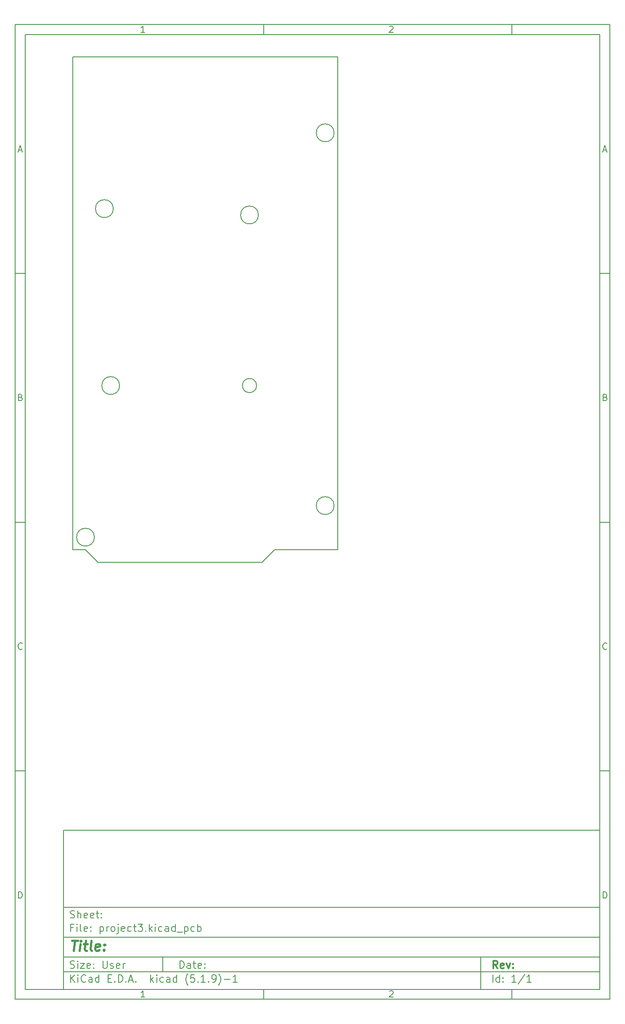
<source format=gbr>
%TF.GenerationSoftware,KiCad,Pcbnew,(5.1.9)-1*%
%TF.CreationDate,2021-06-09T21:17:05-04:00*%
%TF.ProjectId,project3,70726f6a-6563-4743-932e-6b696361645f,rev?*%
%TF.SameCoordinates,Original*%
%TF.FileFunction,Profile,NP*%
%FSLAX45Y45*%
G04 Gerber Fmt 4.5, Leading zero omitted, Abs format (unit mm)*
G04 Created by KiCad (PCBNEW (5.1.9)-1) date 2021-06-09 21:17:05*
%MOMM*%
%LPD*%
G01*
G04 APERTURE LIST*
%ADD10C,0.127000*%
%ADD11C,0.150000*%
%ADD12C,0.300000*%
%ADD13C,0.400000*%
%TA.AperFunction,Profile*%
%ADD14C,0.177800*%
%TD*%
G04 APERTURE END LIST*
D10*
D11*
X1970000Y-17190000D02*
X1970000Y-20390000D01*
X12770000Y-20390000D01*
X12770000Y-17190000D01*
X1970000Y-17190000D01*
D10*
D11*
X1000000Y-1000000D02*
X1000000Y-20590000D01*
X12970000Y-20590000D01*
X12970000Y-1000000D01*
X1000000Y-1000000D01*
D10*
D11*
X1200000Y-1200000D02*
X1200000Y-20390000D01*
X12770000Y-20390000D01*
X12770000Y-1200000D01*
X1200000Y-1200000D01*
D10*
D11*
X6000000Y-1200000D02*
X6000000Y-1000000D01*
D10*
D11*
X11000000Y-1200000D02*
X11000000Y-1000000D01*
D10*
D11*
X3606548Y-1158810D02*
X3532262Y-1158810D01*
X3569405Y-1158810D02*
X3569405Y-1028809D01*
X3557024Y-1047381D01*
X3544643Y-1059762D01*
X3532262Y-1065952D01*
D10*
D11*
X8532262Y-1041190D02*
X8538452Y-1035000D01*
X8550833Y-1028809D01*
X8581786Y-1028809D01*
X8594167Y-1035000D01*
X8600357Y-1041190D01*
X8606548Y-1053571D01*
X8606548Y-1065952D01*
X8600357Y-1084524D01*
X8526071Y-1158810D01*
X8606548Y-1158810D01*
D10*
D11*
X6000000Y-20390000D02*
X6000000Y-20590000D01*
D10*
D11*
X11000000Y-20390000D02*
X11000000Y-20590000D01*
D10*
D11*
X3606548Y-20548810D02*
X3532262Y-20548810D01*
X3569405Y-20548810D02*
X3569405Y-20418810D01*
X3557024Y-20437381D01*
X3544643Y-20449762D01*
X3532262Y-20455952D01*
D10*
D11*
X8532262Y-20431190D02*
X8538452Y-20425000D01*
X8550833Y-20418810D01*
X8581786Y-20418810D01*
X8594167Y-20425000D01*
X8600357Y-20431190D01*
X8606548Y-20443571D01*
X8606548Y-20455952D01*
X8600357Y-20474524D01*
X8526071Y-20548810D01*
X8606548Y-20548810D01*
D10*
D11*
X1000000Y-6000000D02*
X1200000Y-6000000D01*
D10*
D11*
X1000000Y-11000000D02*
X1200000Y-11000000D01*
D10*
D11*
X1000000Y-16000000D02*
X1200000Y-16000000D01*
D10*
D11*
X1069048Y-3521667D02*
X1130952Y-3521667D01*
X1056667Y-3558809D02*
X1100000Y-3428809D01*
X1143333Y-3558809D01*
D10*
D11*
X1109286Y-8490714D02*
X1127857Y-8496905D01*
X1134048Y-8503095D01*
X1140238Y-8515476D01*
X1140238Y-8534048D01*
X1134048Y-8546429D01*
X1127857Y-8552619D01*
X1115476Y-8558810D01*
X1065952Y-8558810D01*
X1065952Y-8428810D01*
X1109286Y-8428810D01*
X1121667Y-8435000D01*
X1127857Y-8441190D01*
X1134048Y-8453571D01*
X1134048Y-8465952D01*
X1127857Y-8478333D01*
X1121667Y-8484524D01*
X1109286Y-8490714D01*
X1065952Y-8490714D01*
D10*
D11*
X1140238Y-13546428D02*
X1134048Y-13552619D01*
X1115476Y-13558809D01*
X1103095Y-13558809D01*
X1084524Y-13552619D01*
X1072143Y-13540238D01*
X1065952Y-13527857D01*
X1059762Y-13503095D01*
X1059762Y-13484524D01*
X1065952Y-13459762D01*
X1072143Y-13447381D01*
X1084524Y-13435000D01*
X1103095Y-13428809D01*
X1115476Y-13428809D01*
X1134048Y-13435000D01*
X1140238Y-13441190D01*
D10*
D11*
X1065952Y-18558810D02*
X1065952Y-18428810D01*
X1096905Y-18428810D01*
X1115476Y-18435000D01*
X1127857Y-18447381D01*
X1134048Y-18459762D01*
X1140238Y-18484524D01*
X1140238Y-18503095D01*
X1134048Y-18527857D01*
X1127857Y-18540238D01*
X1115476Y-18552619D01*
X1096905Y-18558810D01*
X1065952Y-18558810D01*
D10*
D11*
X12970000Y-6000000D02*
X12770000Y-6000000D01*
D10*
D11*
X12970000Y-11000000D02*
X12770000Y-11000000D01*
D10*
D11*
X12970000Y-16000000D02*
X12770000Y-16000000D01*
D10*
D11*
X12839048Y-3521667D02*
X12900952Y-3521667D01*
X12826667Y-3558809D02*
X12870000Y-3428809D01*
X12913333Y-3558809D01*
D10*
D11*
X12879286Y-8490714D02*
X12897857Y-8496905D01*
X12904048Y-8503095D01*
X12910238Y-8515476D01*
X12910238Y-8534048D01*
X12904048Y-8546429D01*
X12897857Y-8552619D01*
X12885476Y-8558810D01*
X12835952Y-8558810D01*
X12835952Y-8428810D01*
X12879286Y-8428810D01*
X12891667Y-8435000D01*
X12897857Y-8441190D01*
X12904048Y-8453571D01*
X12904048Y-8465952D01*
X12897857Y-8478333D01*
X12891667Y-8484524D01*
X12879286Y-8490714D01*
X12835952Y-8490714D01*
D10*
D11*
X12910238Y-13546428D02*
X12904048Y-13552619D01*
X12885476Y-13558809D01*
X12873095Y-13558809D01*
X12854524Y-13552619D01*
X12842143Y-13540238D01*
X12835952Y-13527857D01*
X12829762Y-13503095D01*
X12829762Y-13484524D01*
X12835952Y-13459762D01*
X12842143Y-13447381D01*
X12854524Y-13435000D01*
X12873095Y-13428809D01*
X12885476Y-13428809D01*
X12904048Y-13435000D01*
X12910238Y-13441190D01*
D10*
D11*
X12835952Y-18558810D02*
X12835952Y-18428810D01*
X12866905Y-18428810D01*
X12885476Y-18435000D01*
X12897857Y-18447381D01*
X12904048Y-18459762D01*
X12910238Y-18484524D01*
X12910238Y-18503095D01*
X12904048Y-18527857D01*
X12897857Y-18540238D01*
X12885476Y-18552619D01*
X12866905Y-18558810D01*
X12835952Y-18558810D01*
D10*
D11*
X4313214Y-19967857D02*
X4313214Y-19817857D01*
X4348929Y-19817857D01*
X4370357Y-19825000D01*
X4384643Y-19839286D01*
X4391786Y-19853571D01*
X4398929Y-19882143D01*
X4398929Y-19903571D01*
X4391786Y-19932143D01*
X4384643Y-19946429D01*
X4370357Y-19960714D01*
X4348929Y-19967857D01*
X4313214Y-19967857D01*
X4527500Y-19967857D02*
X4527500Y-19889286D01*
X4520357Y-19875000D01*
X4506071Y-19867857D01*
X4477500Y-19867857D01*
X4463214Y-19875000D01*
X4527500Y-19960714D02*
X4513214Y-19967857D01*
X4477500Y-19967857D01*
X4463214Y-19960714D01*
X4456071Y-19946429D01*
X4456071Y-19932143D01*
X4463214Y-19917857D01*
X4477500Y-19910714D01*
X4513214Y-19910714D01*
X4527500Y-19903571D01*
X4577500Y-19867857D02*
X4634643Y-19867857D01*
X4598929Y-19817857D02*
X4598929Y-19946429D01*
X4606071Y-19960714D01*
X4620357Y-19967857D01*
X4634643Y-19967857D01*
X4741786Y-19960714D02*
X4727500Y-19967857D01*
X4698929Y-19967857D01*
X4684643Y-19960714D01*
X4677500Y-19946429D01*
X4677500Y-19889286D01*
X4684643Y-19875000D01*
X4698929Y-19867857D01*
X4727500Y-19867857D01*
X4741786Y-19875000D01*
X4748929Y-19889286D01*
X4748929Y-19903571D01*
X4677500Y-19917857D01*
X4813214Y-19953571D02*
X4820357Y-19960714D01*
X4813214Y-19967857D01*
X4806071Y-19960714D01*
X4813214Y-19953571D01*
X4813214Y-19967857D01*
X4813214Y-19875000D02*
X4820357Y-19882143D01*
X4813214Y-19889286D01*
X4806071Y-19882143D01*
X4813214Y-19875000D01*
X4813214Y-19889286D01*
D10*
D11*
X1970000Y-20040000D02*
X12770000Y-20040000D01*
D10*
D11*
X2113214Y-20247857D02*
X2113214Y-20097857D01*
X2198929Y-20247857D02*
X2134643Y-20162143D01*
X2198929Y-20097857D02*
X2113214Y-20183571D01*
X2263214Y-20247857D02*
X2263214Y-20147857D01*
X2263214Y-20097857D02*
X2256071Y-20105000D01*
X2263214Y-20112143D01*
X2270357Y-20105000D01*
X2263214Y-20097857D01*
X2263214Y-20112143D01*
X2420357Y-20233571D02*
X2413214Y-20240714D01*
X2391786Y-20247857D01*
X2377500Y-20247857D01*
X2356071Y-20240714D01*
X2341786Y-20226429D01*
X2334643Y-20212143D01*
X2327500Y-20183571D01*
X2327500Y-20162143D01*
X2334643Y-20133571D01*
X2341786Y-20119286D01*
X2356071Y-20105000D01*
X2377500Y-20097857D01*
X2391786Y-20097857D01*
X2413214Y-20105000D01*
X2420357Y-20112143D01*
X2548929Y-20247857D02*
X2548929Y-20169286D01*
X2541786Y-20155000D01*
X2527500Y-20147857D01*
X2498929Y-20147857D01*
X2484643Y-20155000D01*
X2548929Y-20240714D02*
X2534643Y-20247857D01*
X2498929Y-20247857D01*
X2484643Y-20240714D01*
X2477500Y-20226429D01*
X2477500Y-20212143D01*
X2484643Y-20197857D01*
X2498929Y-20190714D01*
X2534643Y-20190714D01*
X2548929Y-20183571D01*
X2684643Y-20247857D02*
X2684643Y-20097857D01*
X2684643Y-20240714D02*
X2670357Y-20247857D01*
X2641786Y-20247857D01*
X2627500Y-20240714D01*
X2620357Y-20233571D01*
X2613214Y-20219286D01*
X2613214Y-20176429D01*
X2620357Y-20162143D01*
X2627500Y-20155000D01*
X2641786Y-20147857D01*
X2670357Y-20147857D01*
X2684643Y-20155000D01*
X2870357Y-20169286D02*
X2920357Y-20169286D01*
X2941786Y-20247857D02*
X2870357Y-20247857D01*
X2870357Y-20097857D01*
X2941786Y-20097857D01*
X3006071Y-20233571D02*
X3013214Y-20240714D01*
X3006071Y-20247857D01*
X2998928Y-20240714D01*
X3006071Y-20233571D01*
X3006071Y-20247857D01*
X3077500Y-20247857D02*
X3077500Y-20097857D01*
X3113214Y-20097857D01*
X3134643Y-20105000D01*
X3148928Y-20119286D01*
X3156071Y-20133571D01*
X3163214Y-20162143D01*
X3163214Y-20183571D01*
X3156071Y-20212143D01*
X3148928Y-20226429D01*
X3134643Y-20240714D01*
X3113214Y-20247857D01*
X3077500Y-20247857D01*
X3227500Y-20233571D02*
X3234643Y-20240714D01*
X3227500Y-20247857D01*
X3220357Y-20240714D01*
X3227500Y-20233571D01*
X3227500Y-20247857D01*
X3291786Y-20205000D02*
X3363214Y-20205000D01*
X3277500Y-20247857D02*
X3327500Y-20097857D01*
X3377500Y-20247857D01*
X3427500Y-20233571D02*
X3434643Y-20240714D01*
X3427500Y-20247857D01*
X3420357Y-20240714D01*
X3427500Y-20233571D01*
X3427500Y-20247857D01*
X3727500Y-20247857D02*
X3727500Y-20097857D01*
X3741786Y-20190714D02*
X3784643Y-20247857D01*
X3784643Y-20147857D02*
X3727500Y-20205000D01*
X3848928Y-20247857D02*
X3848928Y-20147857D01*
X3848928Y-20097857D02*
X3841786Y-20105000D01*
X3848928Y-20112143D01*
X3856071Y-20105000D01*
X3848928Y-20097857D01*
X3848928Y-20112143D01*
X3984643Y-20240714D02*
X3970357Y-20247857D01*
X3941786Y-20247857D01*
X3927500Y-20240714D01*
X3920357Y-20233571D01*
X3913214Y-20219286D01*
X3913214Y-20176429D01*
X3920357Y-20162143D01*
X3927500Y-20155000D01*
X3941786Y-20147857D01*
X3970357Y-20147857D01*
X3984643Y-20155000D01*
X4113214Y-20247857D02*
X4113214Y-20169286D01*
X4106071Y-20155000D01*
X4091786Y-20147857D01*
X4063214Y-20147857D01*
X4048928Y-20155000D01*
X4113214Y-20240714D02*
X4098928Y-20247857D01*
X4063214Y-20247857D01*
X4048928Y-20240714D01*
X4041786Y-20226429D01*
X4041786Y-20212143D01*
X4048928Y-20197857D01*
X4063214Y-20190714D01*
X4098928Y-20190714D01*
X4113214Y-20183571D01*
X4248929Y-20247857D02*
X4248929Y-20097857D01*
X4248929Y-20240714D02*
X4234643Y-20247857D01*
X4206071Y-20247857D01*
X4191786Y-20240714D01*
X4184643Y-20233571D01*
X4177500Y-20219286D01*
X4177500Y-20176429D01*
X4184643Y-20162143D01*
X4191786Y-20155000D01*
X4206071Y-20147857D01*
X4234643Y-20147857D01*
X4248929Y-20155000D01*
X4477500Y-20305000D02*
X4470357Y-20297857D01*
X4456071Y-20276429D01*
X4448929Y-20262143D01*
X4441786Y-20240714D01*
X4434643Y-20205000D01*
X4434643Y-20176429D01*
X4441786Y-20140714D01*
X4448929Y-20119286D01*
X4456071Y-20105000D01*
X4470357Y-20083571D01*
X4477500Y-20076429D01*
X4606071Y-20097857D02*
X4534643Y-20097857D01*
X4527500Y-20169286D01*
X4534643Y-20162143D01*
X4548929Y-20155000D01*
X4584643Y-20155000D01*
X4598929Y-20162143D01*
X4606071Y-20169286D01*
X4613214Y-20183571D01*
X4613214Y-20219286D01*
X4606071Y-20233571D01*
X4598929Y-20240714D01*
X4584643Y-20247857D01*
X4548929Y-20247857D01*
X4534643Y-20240714D01*
X4527500Y-20233571D01*
X4677500Y-20233571D02*
X4684643Y-20240714D01*
X4677500Y-20247857D01*
X4670357Y-20240714D01*
X4677500Y-20233571D01*
X4677500Y-20247857D01*
X4827500Y-20247857D02*
X4741786Y-20247857D01*
X4784643Y-20247857D02*
X4784643Y-20097857D01*
X4770357Y-20119286D01*
X4756071Y-20133571D01*
X4741786Y-20140714D01*
X4891786Y-20233571D02*
X4898929Y-20240714D01*
X4891786Y-20247857D01*
X4884643Y-20240714D01*
X4891786Y-20233571D01*
X4891786Y-20247857D01*
X4970357Y-20247857D02*
X4998929Y-20247857D01*
X5013214Y-20240714D01*
X5020357Y-20233571D01*
X5034643Y-20212143D01*
X5041786Y-20183571D01*
X5041786Y-20126429D01*
X5034643Y-20112143D01*
X5027500Y-20105000D01*
X5013214Y-20097857D01*
X4984643Y-20097857D01*
X4970357Y-20105000D01*
X4963214Y-20112143D01*
X4956071Y-20126429D01*
X4956071Y-20162143D01*
X4963214Y-20176429D01*
X4970357Y-20183571D01*
X4984643Y-20190714D01*
X5013214Y-20190714D01*
X5027500Y-20183571D01*
X5034643Y-20176429D01*
X5041786Y-20162143D01*
X5091786Y-20305000D02*
X5098929Y-20297857D01*
X5113214Y-20276429D01*
X5120357Y-20262143D01*
X5127500Y-20240714D01*
X5134643Y-20205000D01*
X5134643Y-20176429D01*
X5127500Y-20140714D01*
X5120357Y-20119286D01*
X5113214Y-20105000D01*
X5098929Y-20083571D01*
X5091786Y-20076429D01*
X5206071Y-20190714D02*
X5320357Y-20190714D01*
X5470357Y-20247857D02*
X5384643Y-20247857D01*
X5427500Y-20247857D02*
X5427500Y-20097857D01*
X5413214Y-20119286D01*
X5398929Y-20133571D01*
X5384643Y-20140714D01*
D10*
D11*
X1970000Y-19740000D02*
X12770000Y-19740000D01*
D10*
D12*
X10710929Y-19967857D02*
X10660929Y-19896429D01*
X10625214Y-19967857D02*
X10625214Y-19817857D01*
X10682357Y-19817857D01*
X10696643Y-19825000D01*
X10703786Y-19832143D01*
X10710929Y-19846429D01*
X10710929Y-19867857D01*
X10703786Y-19882143D01*
X10696643Y-19889286D01*
X10682357Y-19896429D01*
X10625214Y-19896429D01*
X10832357Y-19960714D02*
X10818071Y-19967857D01*
X10789500Y-19967857D01*
X10775214Y-19960714D01*
X10768071Y-19946429D01*
X10768071Y-19889286D01*
X10775214Y-19875000D01*
X10789500Y-19867857D01*
X10818071Y-19867857D01*
X10832357Y-19875000D01*
X10839500Y-19889286D01*
X10839500Y-19903571D01*
X10768071Y-19917857D01*
X10889500Y-19867857D02*
X10925214Y-19967857D01*
X10960929Y-19867857D01*
X11018071Y-19953571D02*
X11025214Y-19960714D01*
X11018071Y-19967857D01*
X11010929Y-19960714D01*
X11018071Y-19953571D01*
X11018071Y-19967857D01*
X11018071Y-19875000D02*
X11025214Y-19882143D01*
X11018071Y-19889286D01*
X11010929Y-19882143D01*
X11018071Y-19875000D01*
X11018071Y-19889286D01*
D10*
D11*
X2106071Y-19960714D02*
X2127500Y-19967857D01*
X2163214Y-19967857D01*
X2177500Y-19960714D01*
X2184643Y-19953571D01*
X2191786Y-19939286D01*
X2191786Y-19925000D01*
X2184643Y-19910714D01*
X2177500Y-19903571D01*
X2163214Y-19896429D01*
X2134643Y-19889286D01*
X2120357Y-19882143D01*
X2113214Y-19875000D01*
X2106071Y-19860714D01*
X2106071Y-19846429D01*
X2113214Y-19832143D01*
X2120357Y-19825000D01*
X2134643Y-19817857D01*
X2170357Y-19817857D01*
X2191786Y-19825000D01*
X2256071Y-19967857D02*
X2256071Y-19867857D01*
X2256071Y-19817857D02*
X2248929Y-19825000D01*
X2256071Y-19832143D01*
X2263214Y-19825000D01*
X2256071Y-19817857D01*
X2256071Y-19832143D01*
X2313214Y-19867857D02*
X2391786Y-19867857D01*
X2313214Y-19967857D01*
X2391786Y-19967857D01*
X2506071Y-19960714D02*
X2491786Y-19967857D01*
X2463214Y-19967857D01*
X2448929Y-19960714D01*
X2441786Y-19946429D01*
X2441786Y-19889286D01*
X2448929Y-19875000D01*
X2463214Y-19867857D01*
X2491786Y-19867857D01*
X2506071Y-19875000D01*
X2513214Y-19889286D01*
X2513214Y-19903571D01*
X2441786Y-19917857D01*
X2577500Y-19953571D02*
X2584643Y-19960714D01*
X2577500Y-19967857D01*
X2570357Y-19960714D01*
X2577500Y-19953571D01*
X2577500Y-19967857D01*
X2577500Y-19875000D02*
X2584643Y-19882143D01*
X2577500Y-19889286D01*
X2570357Y-19882143D01*
X2577500Y-19875000D01*
X2577500Y-19889286D01*
X2763214Y-19817857D02*
X2763214Y-19939286D01*
X2770357Y-19953571D01*
X2777500Y-19960714D01*
X2791786Y-19967857D01*
X2820357Y-19967857D01*
X2834643Y-19960714D01*
X2841786Y-19953571D01*
X2848928Y-19939286D01*
X2848928Y-19817857D01*
X2913214Y-19960714D02*
X2927500Y-19967857D01*
X2956071Y-19967857D01*
X2970357Y-19960714D01*
X2977500Y-19946429D01*
X2977500Y-19939286D01*
X2970357Y-19925000D01*
X2956071Y-19917857D01*
X2934643Y-19917857D01*
X2920357Y-19910714D01*
X2913214Y-19896429D01*
X2913214Y-19889286D01*
X2920357Y-19875000D01*
X2934643Y-19867857D01*
X2956071Y-19867857D01*
X2970357Y-19875000D01*
X3098928Y-19960714D02*
X3084643Y-19967857D01*
X3056071Y-19967857D01*
X3041786Y-19960714D01*
X3034643Y-19946429D01*
X3034643Y-19889286D01*
X3041786Y-19875000D01*
X3056071Y-19867857D01*
X3084643Y-19867857D01*
X3098928Y-19875000D01*
X3106071Y-19889286D01*
X3106071Y-19903571D01*
X3034643Y-19917857D01*
X3170357Y-19967857D02*
X3170357Y-19867857D01*
X3170357Y-19896429D02*
X3177500Y-19882143D01*
X3184643Y-19875000D01*
X3198928Y-19867857D01*
X3213214Y-19867857D01*
D10*
D11*
X10613214Y-20247857D02*
X10613214Y-20097857D01*
X10748929Y-20247857D02*
X10748929Y-20097857D01*
X10748929Y-20240714D02*
X10734643Y-20247857D01*
X10706071Y-20247857D01*
X10691786Y-20240714D01*
X10684643Y-20233571D01*
X10677500Y-20219286D01*
X10677500Y-20176429D01*
X10684643Y-20162143D01*
X10691786Y-20155000D01*
X10706071Y-20147857D01*
X10734643Y-20147857D01*
X10748929Y-20155000D01*
X10820357Y-20233571D02*
X10827500Y-20240714D01*
X10820357Y-20247857D01*
X10813214Y-20240714D01*
X10820357Y-20233571D01*
X10820357Y-20247857D01*
X10820357Y-20155000D02*
X10827500Y-20162143D01*
X10820357Y-20169286D01*
X10813214Y-20162143D01*
X10820357Y-20155000D01*
X10820357Y-20169286D01*
X11084643Y-20247857D02*
X10998929Y-20247857D01*
X11041786Y-20247857D02*
X11041786Y-20097857D01*
X11027500Y-20119286D01*
X11013214Y-20133571D01*
X10998929Y-20140714D01*
X11256071Y-20090714D02*
X11127500Y-20283571D01*
X11384643Y-20247857D02*
X11298928Y-20247857D01*
X11341786Y-20247857D02*
X11341786Y-20097857D01*
X11327500Y-20119286D01*
X11313214Y-20133571D01*
X11298928Y-20140714D01*
D10*
D11*
X1970000Y-19340000D02*
X12770000Y-19340000D01*
D10*
D13*
X2141238Y-19410476D02*
X2255524Y-19410476D01*
X2173381Y-19610476D02*
X2198381Y-19410476D01*
X2297190Y-19610476D02*
X2313857Y-19477143D01*
X2322190Y-19410476D02*
X2311476Y-19420000D01*
X2319810Y-19429524D01*
X2330524Y-19420000D01*
X2322190Y-19410476D01*
X2319810Y-19429524D01*
X2380524Y-19477143D02*
X2456714Y-19477143D01*
X2417429Y-19410476D02*
X2396000Y-19581905D01*
X2403143Y-19600952D01*
X2421000Y-19610476D01*
X2440048Y-19610476D01*
X2535286Y-19610476D02*
X2517429Y-19600952D01*
X2510286Y-19581905D01*
X2531714Y-19410476D01*
X2688857Y-19600952D02*
X2668619Y-19610476D01*
X2630524Y-19610476D01*
X2612667Y-19600952D01*
X2605524Y-19581905D01*
X2615048Y-19505714D01*
X2626952Y-19486667D01*
X2647190Y-19477143D01*
X2685286Y-19477143D01*
X2703143Y-19486667D01*
X2710286Y-19505714D01*
X2707905Y-19524762D01*
X2610286Y-19543810D01*
X2785286Y-19591429D02*
X2793619Y-19600952D01*
X2782905Y-19610476D01*
X2774571Y-19600952D01*
X2785286Y-19591429D01*
X2782905Y-19610476D01*
X2798381Y-19486667D02*
X2806714Y-19496190D01*
X2796000Y-19505714D01*
X2787667Y-19496190D01*
X2798381Y-19486667D01*
X2796000Y-19505714D01*
D10*
D11*
X2163214Y-19149286D02*
X2113214Y-19149286D01*
X2113214Y-19227857D02*
X2113214Y-19077857D01*
X2184643Y-19077857D01*
X2241786Y-19227857D02*
X2241786Y-19127857D01*
X2241786Y-19077857D02*
X2234643Y-19085000D01*
X2241786Y-19092143D01*
X2248929Y-19085000D01*
X2241786Y-19077857D01*
X2241786Y-19092143D01*
X2334643Y-19227857D02*
X2320357Y-19220714D01*
X2313214Y-19206429D01*
X2313214Y-19077857D01*
X2448929Y-19220714D02*
X2434643Y-19227857D01*
X2406071Y-19227857D01*
X2391786Y-19220714D01*
X2384643Y-19206429D01*
X2384643Y-19149286D01*
X2391786Y-19135000D01*
X2406071Y-19127857D01*
X2434643Y-19127857D01*
X2448929Y-19135000D01*
X2456071Y-19149286D01*
X2456071Y-19163571D01*
X2384643Y-19177857D01*
X2520357Y-19213571D02*
X2527500Y-19220714D01*
X2520357Y-19227857D01*
X2513214Y-19220714D01*
X2520357Y-19213571D01*
X2520357Y-19227857D01*
X2520357Y-19135000D02*
X2527500Y-19142143D01*
X2520357Y-19149286D01*
X2513214Y-19142143D01*
X2520357Y-19135000D01*
X2520357Y-19149286D01*
X2706071Y-19127857D02*
X2706071Y-19277857D01*
X2706071Y-19135000D02*
X2720357Y-19127857D01*
X2748929Y-19127857D01*
X2763214Y-19135000D01*
X2770357Y-19142143D01*
X2777500Y-19156429D01*
X2777500Y-19199286D01*
X2770357Y-19213571D01*
X2763214Y-19220714D01*
X2748929Y-19227857D01*
X2720357Y-19227857D01*
X2706071Y-19220714D01*
X2841786Y-19227857D02*
X2841786Y-19127857D01*
X2841786Y-19156429D02*
X2848928Y-19142143D01*
X2856071Y-19135000D01*
X2870357Y-19127857D01*
X2884643Y-19127857D01*
X2956071Y-19227857D02*
X2941786Y-19220714D01*
X2934643Y-19213571D01*
X2927500Y-19199286D01*
X2927500Y-19156429D01*
X2934643Y-19142143D01*
X2941786Y-19135000D01*
X2956071Y-19127857D01*
X2977500Y-19127857D01*
X2991786Y-19135000D01*
X2998928Y-19142143D01*
X3006071Y-19156429D01*
X3006071Y-19199286D01*
X2998928Y-19213571D01*
X2991786Y-19220714D01*
X2977500Y-19227857D01*
X2956071Y-19227857D01*
X3070357Y-19127857D02*
X3070357Y-19256429D01*
X3063214Y-19270714D01*
X3048928Y-19277857D01*
X3041786Y-19277857D01*
X3070357Y-19077857D02*
X3063214Y-19085000D01*
X3070357Y-19092143D01*
X3077500Y-19085000D01*
X3070357Y-19077857D01*
X3070357Y-19092143D01*
X3198928Y-19220714D02*
X3184643Y-19227857D01*
X3156071Y-19227857D01*
X3141786Y-19220714D01*
X3134643Y-19206429D01*
X3134643Y-19149286D01*
X3141786Y-19135000D01*
X3156071Y-19127857D01*
X3184643Y-19127857D01*
X3198928Y-19135000D01*
X3206071Y-19149286D01*
X3206071Y-19163571D01*
X3134643Y-19177857D01*
X3334643Y-19220714D02*
X3320357Y-19227857D01*
X3291786Y-19227857D01*
X3277500Y-19220714D01*
X3270357Y-19213571D01*
X3263214Y-19199286D01*
X3263214Y-19156429D01*
X3270357Y-19142143D01*
X3277500Y-19135000D01*
X3291786Y-19127857D01*
X3320357Y-19127857D01*
X3334643Y-19135000D01*
X3377500Y-19127857D02*
X3434643Y-19127857D01*
X3398928Y-19077857D02*
X3398928Y-19206429D01*
X3406071Y-19220714D01*
X3420357Y-19227857D01*
X3434643Y-19227857D01*
X3470357Y-19077857D02*
X3563214Y-19077857D01*
X3513214Y-19135000D01*
X3534643Y-19135000D01*
X3548928Y-19142143D01*
X3556071Y-19149286D01*
X3563214Y-19163571D01*
X3563214Y-19199286D01*
X3556071Y-19213571D01*
X3548928Y-19220714D01*
X3534643Y-19227857D01*
X3491786Y-19227857D01*
X3477500Y-19220714D01*
X3470357Y-19213571D01*
X3627500Y-19213571D02*
X3634643Y-19220714D01*
X3627500Y-19227857D01*
X3620357Y-19220714D01*
X3627500Y-19213571D01*
X3627500Y-19227857D01*
X3698928Y-19227857D02*
X3698928Y-19077857D01*
X3713214Y-19170714D02*
X3756071Y-19227857D01*
X3756071Y-19127857D02*
X3698928Y-19185000D01*
X3820357Y-19227857D02*
X3820357Y-19127857D01*
X3820357Y-19077857D02*
X3813214Y-19085000D01*
X3820357Y-19092143D01*
X3827500Y-19085000D01*
X3820357Y-19077857D01*
X3820357Y-19092143D01*
X3956071Y-19220714D02*
X3941786Y-19227857D01*
X3913214Y-19227857D01*
X3898928Y-19220714D01*
X3891786Y-19213571D01*
X3884643Y-19199286D01*
X3884643Y-19156429D01*
X3891786Y-19142143D01*
X3898928Y-19135000D01*
X3913214Y-19127857D01*
X3941786Y-19127857D01*
X3956071Y-19135000D01*
X4084643Y-19227857D02*
X4084643Y-19149286D01*
X4077500Y-19135000D01*
X4063214Y-19127857D01*
X4034643Y-19127857D01*
X4020357Y-19135000D01*
X4084643Y-19220714D02*
X4070357Y-19227857D01*
X4034643Y-19227857D01*
X4020357Y-19220714D01*
X4013214Y-19206429D01*
X4013214Y-19192143D01*
X4020357Y-19177857D01*
X4034643Y-19170714D01*
X4070357Y-19170714D01*
X4084643Y-19163571D01*
X4220357Y-19227857D02*
X4220357Y-19077857D01*
X4220357Y-19220714D02*
X4206071Y-19227857D01*
X4177500Y-19227857D01*
X4163214Y-19220714D01*
X4156071Y-19213571D01*
X4148928Y-19199286D01*
X4148928Y-19156429D01*
X4156071Y-19142143D01*
X4163214Y-19135000D01*
X4177500Y-19127857D01*
X4206071Y-19127857D01*
X4220357Y-19135000D01*
X4256071Y-19242143D02*
X4370357Y-19242143D01*
X4406071Y-19127857D02*
X4406071Y-19277857D01*
X4406071Y-19135000D02*
X4420357Y-19127857D01*
X4448929Y-19127857D01*
X4463214Y-19135000D01*
X4470357Y-19142143D01*
X4477500Y-19156429D01*
X4477500Y-19199286D01*
X4470357Y-19213571D01*
X4463214Y-19220714D01*
X4448929Y-19227857D01*
X4420357Y-19227857D01*
X4406071Y-19220714D01*
X4606071Y-19220714D02*
X4591786Y-19227857D01*
X4563214Y-19227857D01*
X4548929Y-19220714D01*
X4541786Y-19213571D01*
X4534643Y-19199286D01*
X4534643Y-19156429D01*
X4541786Y-19142143D01*
X4548929Y-19135000D01*
X4563214Y-19127857D01*
X4591786Y-19127857D01*
X4606071Y-19135000D01*
X4670357Y-19227857D02*
X4670357Y-19077857D01*
X4670357Y-19135000D02*
X4684643Y-19127857D01*
X4713214Y-19127857D01*
X4727500Y-19135000D01*
X4734643Y-19142143D01*
X4741786Y-19156429D01*
X4741786Y-19199286D01*
X4734643Y-19213571D01*
X4727500Y-19220714D01*
X4713214Y-19227857D01*
X4684643Y-19227857D01*
X4670357Y-19220714D01*
D10*
D11*
X1970000Y-18740000D02*
X12770000Y-18740000D01*
D10*
D11*
X2106071Y-18950714D02*
X2127500Y-18957857D01*
X2163214Y-18957857D01*
X2177500Y-18950714D01*
X2184643Y-18943571D01*
X2191786Y-18929286D01*
X2191786Y-18915000D01*
X2184643Y-18900714D01*
X2177500Y-18893571D01*
X2163214Y-18886429D01*
X2134643Y-18879286D01*
X2120357Y-18872143D01*
X2113214Y-18865000D01*
X2106071Y-18850714D01*
X2106071Y-18836429D01*
X2113214Y-18822143D01*
X2120357Y-18815000D01*
X2134643Y-18807857D01*
X2170357Y-18807857D01*
X2191786Y-18815000D01*
X2256071Y-18957857D02*
X2256071Y-18807857D01*
X2320357Y-18957857D02*
X2320357Y-18879286D01*
X2313214Y-18865000D01*
X2298929Y-18857857D01*
X2277500Y-18857857D01*
X2263214Y-18865000D01*
X2256071Y-18872143D01*
X2448929Y-18950714D02*
X2434643Y-18957857D01*
X2406071Y-18957857D01*
X2391786Y-18950714D01*
X2384643Y-18936429D01*
X2384643Y-18879286D01*
X2391786Y-18865000D01*
X2406071Y-18857857D01*
X2434643Y-18857857D01*
X2448929Y-18865000D01*
X2456071Y-18879286D01*
X2456071Y-18893571D01*
X2384643Y-18907857D01*
X2577500Y-18950714D02*
X2563214Y-18957857D01*
X2534643Y-18957857D01*
X2520357Y-18950714D01*
X2513214Y-18936429D01*
X2513214Y-18879286D01*
X2520357Y-18865000D01*
X2534643Y-18857857D01*
X2563214Y-18857857D01*
X2577500Y-18865000D01*
X2584643Y-18879286D01*
X2584643Y-18893571D01*
X2513214Y-18907857D01*
X2627500Y-18857857D02*
X2684643Y-18857857D01*
X2648929Y-18807857D02*
X2648929Y-18936429D01*
X2656071Y-18950714D01*
X2670357Y-18957857D01*
X2684643Y-18957857D01*
X2734643Y-18943571D02*
X2741786Y-18950714D01*
X2734643Y-18957857D01*
X2727500Y-18950714D01*
X2734643Y-18943571D01*
X2734643Y-18957857D01*
X2734643Y-18865000D02*
X2741786Y-18872143D01*
X2734643Y-18879286D01*
X2727500Y-18872143D01*
X2734643Y-18865000D01*
X2734643Y-18879286D01*
D10*
D11*
X3970000Y-19740000D02*
X3970000Y-20040000D01*
D10*
D11*
X10370000Y-19740000D02*
X10370000Y-20390000D01*
D14*
X2973605Y-4699000D02*
G75*
G03*
X2973605Y-4699000I-179605J0D01*
G01*
X5894605Y-4826000D02*
G75*
G03*
X5894605Y-4826000I-179605J0D01*
G01*
X6223000Y-11557000D02*
X7493000Y-11557000D01*
X5969000Y-11811000D02*
X2667000Y-11811000D01*
X2592605Y-11303000D02*
G75*
G03*
X2592605Y-11303000I-179605J0D01*
G01*
X5969000Y-11811000D02*
X6223000Y-11557000D01*
X7418605Y-10668000D02*
G75*
G03*
X7418605Y-10668000I-179605J0D01*
G01*
X2413000Y-11557000D02*
X2667000Y-11811000D01*
X2159000Y-11557000D02*
X2413000Y-11557000D01*
X3100605Y-8255000D02*
G75*
G03*
X3100605Y-8255000I-179605J0D01*
G01*
X5856990Y-8255000D02*
G75*
G03*
X5856990Y-8255000I-141990J0D01*
G01*
X7418605Y-3175000D02*
G75*
G03*
X7418605Y-3175000I-179605J0D01*
G01*
X7493000Y-1651000D02*
X2159000Y-1651000D01*
X7493000Y-11557000D02*
X7493000Y-1651000D01*
X2159000Y-1651000D02*
X2159000Y-11557000D01*
M02*

</source>
